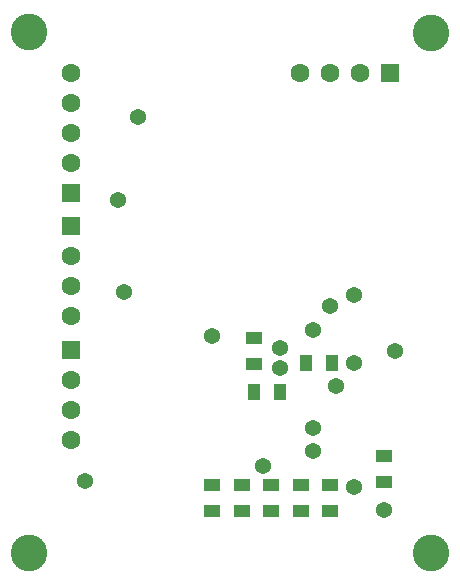
<source format=gbs>
G04*
G04 #@! TF.GenerationSoftware,Altium Limited,Altium Designer,22.7.1 (60)*
G04*
G04 Layer_Color=16711935*
%FSAX44Y44*%
%MOMM*%
G71*
G04*
G04 #@! TF.SameCoordinates,B67A478A-0272-44D9-A9C4-7CC6AF38DCCD*
G04*
G04*
G04 #@! TF.FilePolarity,Negative*
G04*
G01*
G75*
%ADD16R,1.4000X1.0000*%
%ADD27R,1.6000X1.6000*%
%ADD28C,1.6000*%
%ADD29R,1.6000X1.6000*%
%ADD30C,1.3700*%
%ADD31C,3.1000*%
%ADD50R,1.0000X1.4000*%
D16*
X00620000Y00829000D02*
D03*
Y00851000D02*
D03*
X00575000Y00826000D02*
D03*
Y00804000D02*
D03*
X00550000Y00826000D02*
D03*
Y00804000D02*
D03*
X00525000Y00826000D02*
D03*
Y00804000D02*
D03*
X00500000Y00826000D02*
D03*
Y00804000D02*
D03*
X00475000Y00826000D02*
D03*
Y00804000D02*
D03*
X00510000Y00951000D02*
D03*
Y00929000D02*
D03*
D27*
X00355000Y01045400D02*
D03*
Y00940800D02*
D03*
Y01073800D02*
D03*
D28*
Y01020000D02*
D03*
Y00994600D02*
D03*
Y00969200D02*
D03*
Y00915400D02*
D03*
Y00890000D02*
D03*
Y00864600D02*
D03*
X00600000Y01175000D02*
D03*
X00574600D02*
D03*
X00549200D02*
D03*
X00355000Y01099200D02*
D03*
Y01124600D02*
D03*
Y01150000D02*
D03*
Y01175400D02*
D03*
D29*
X00625400Y01175000D02*
D03*
D30*
X00475000Y00952500D02*
D03*
X00630000Y00940000D02*
D03*
X00532500Y00942500D02*
D03*
X00532522Y00924978D02*
D03*
X00560000Y00957500D02*
D03*
X00517500Y00842500D02*
D03*
X00395000Y01067500D02*
D03*
X00367500Y00830000D02*
D03*
X00575000Y00977500D02*
D03*
X00412250Y01137750D02*
D03*
X00595000Y00930000D02*
D03*
Y00987500D02*
D03*
X00580000Y00910000D02*
D03*
X00400000Y00990000D02*
D03*
X00595000Y00825000D02*
D03*
X00560000Y00855000D02*
D03*
Y00875000D02*
D03*
X00620000Y00805000D02*
D03*
D31*
X00660162Y01208980D02*
D03*
Y00768980D02*
D03*
X00320162D02*
D03*
X00320000Y01210000D02*
D03*
D50*
X00554000Y00930000D02*
D03*
X00576000D02*
D03*
X00532000Y00905000D02*
D03*
X00510000D02*
D03*
M02*

</source>
